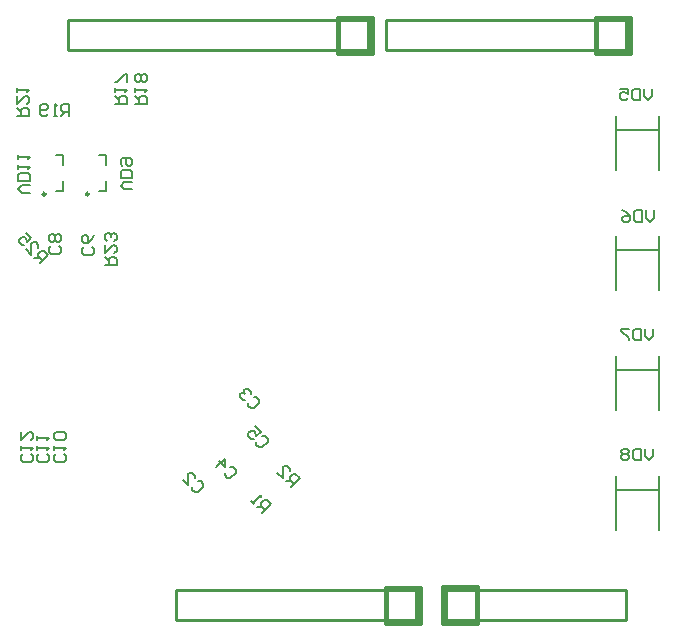
<source format=gbo>
%FSLAX42Y42*%
%MOMM*%
G71*
G01*
G75*
G04 Layer_Color=32896*
%ADD10R,1.00X1.10*%
%ADD11R,1.30X1.50*%
%ADD12O,1.70X0.60*%
%ADD13R,1.10X1.00*%
%ADD14R,1.20X0.60*%
G04:AMPARAMS|DCode=15|XSize=0.3mm|YSize=1.8mm|CornerRadius=0mm|HoleSize=0mm|Usage=FLASHONLY|Rotation=315.000|XOffset=0mm|YOffset=0mm|HoleType=Round|Shape=Round|*
%AMOVALD15*
21,1,1.50,0.30,0.00,0.00,45.0*
1,1,0.30,-0.53,-0.53*
1,1,0.30,0.53,0.53*
%
%ADD15OVALD15*%

G04:AMPARAMS|DCode=16|XSize=0.3mm|YSize=1.8mm|CornerRadius=0mm|HoleSize=0mm|Usage=FLASHONLY|Rotation=225.000|XOffset=0mm|YOffset=0mm|HoleType=Round|Shape=Round|*
%AMOVALD16*
21,1,1.50,0.30,0.00,0.00,315.0*
1,1,0.30,-0.53,0.53*
1,1,0.30,0.53,-0.53*
%
%ADD16OVALD16*%

%ADD17R,1.50X1.30*%
%ADD18C,0.60*%
%ADD19C,0.26*%
%ADD20C,1.20*%
%ADD21C,0.25*%
%ADD22C,0.70*%
%ADD23C,0.50*%
%ADD24C,1.50*%
%ADD25C,1.50*%
%ADD26O,4.00X2.50*%
%ADD27C,2.20*%
%ADD28C,1.70*%
%ADD29R,1.70X1.70*%
%ADD30R,1.78X1.78*%
%ADD31C,1.78*%
%ADD32C,0.90*%
%ADD33C,1.40*%
%ADD34R,2.90X1.68*%
G04:AMPARAMS|DCode=35|XSize=1mm|YSize=1.1mm|CornerRadius=0mm|HoleSize=0mm|Usage=FLASHONLY|Rotation=315.000|XOffset=0mm|YOffset=0mm|HoleType=Round|Shape=Rectangle|*
%AMROTATEDRECTD35*
4,1,4,-0.74,-0.04,0.04,0.74,0.74,0.04,-0.04,-0.74,-0.74,-0.04,0.0*
%
%ADD35ROTATEDRECTD35*%

G04:AMPARAMS|DCode=36|XSize=1mm|YSize=1.1mm|CornerRadius=0mm|HoleSize=0mm|Usage=FLASHONLY|Rotation=225.000|XOffset=0mm|YOffset=0mm|HoleType=Round|Shape=Rectangle|*
%AMROTATEDRECTD36*
4,1,4,-0.04,0.74,0.74,-0.04,0.04,-0.74,-0.74,0.04,-0.04,0.74,0.0*
%
%ADD36ROTATEDRECTD36*%

%ADD37C,0.25*%
%ADD38C,0.20*%
%ADD39C,0.40*%
%ADD40R,1.20X1.30*%
%ADD41R,1.50X1.70*%
%ADD42O,1.90X0.80*%
%ADD43R,1.30X1.20*%
%ADD44R,1.40X0.80*%
G04:AMPARAMS|DCode=45|XSize=0.5mm|YSize=2mm|CornerRadius=0mm|HoleSize=0mm|Usage=FLASHONLY|Rotation=315.000|XOffset=0mm|YOffset=0mm|HoleType=Round|Shape=Round|*
%AMOVALD45*
21,1,1.50,0.50,0.00,0.00,45.0*
1,1,0.50,-0.53,-0.53*
1,1,0.50,0.53,0.53*
%
%ADD45OVALD45*%

G04:AMPARAMS|DCode=46|XSize=0.5mm|YSize=2mm|CornerRadius=0mm|HoleSize=0mm|Usage=FLASHONLY|Rotation=225.000|XOffset=0mm|YOffset=0mm|HoleType=Round|Shape=Round|*
%AMOVALD46*
21,1,1.50,0.50,0.00,0.00,315.0*
1,1,0.50,-0.53,0.53*
1,1,0.50,0.53,-0.53*
%
%ADD46OVALD46*%

%ADD47R,1.70X1.50*%
%ADD48C,1.70*%
%ADD49C,0.20*%
%ADD50O,4.20X2.70*%
%ADD51C,2.40*%
%ADD52C,1.90*%
%ADD53R,1.90X1.90*%
%ADD54R,1.98X1.98*%
%ADD55C,1.98*%
%ADD56R,3.10X1.88*%
G04:AMPARAMS|DCode=57|XSize=1.2mm|YSize=1.3mm|CornerRadius=0mm|HoleSize=0mm|Usage=FLASHONLY|Rotation=315.000|XOffset=0mm|YOffset=0mm|HoleType=Round|Shape=Rectangle|*
%AMROTATEDRECTD57*
4,1,4,-0.89,-0.04,0.04,0.89,0.89,0.04,-0.04,-0.89,-0.89,-0.04,0.0*
%
%ADD57ROTATEDRECTD57*%

G04:AMPARAMS|DCode=58|XSize=1.2mm|YSize=1.3mm|CornerRadius=0mm|HoleSize=0mm|Usage=FLASHONLY|Rotation=225.000|XOffset=0mm|YOffset=0mm|HoleType=Round|Shape=Rectangle|*
%AMROTATEDRECTD58*
4,1,4,-0.04,0.89,0.89,-0.04,0.04,-0.89,-0.89,0.04,-0.04,0.89,0.0*
%
%ADD58ROTATEDRECTD58*%

%ADD59C,0.20*%
D21*
X27023Y17688D02*
Y17942D01*
X28547Y17688D02*
Y17942D01*
X27023D02*
X28547D01*
X27023Y17688D02*
X28547D01*
X26769D02*
Y17942D01*
X24737Y17688D02*
Y17942D01*
Y17688D02*
X26769D01*
X24737Y17942D02*
X26769D01*
X28547Y22514D02*
Y22768D01*
X26515Y22514D02*
Y22768D01*
Y22514D02*
X28547D01*
X26515Y22768D02*
X28547D01*
X26363Y22514D02*
Y22768D01*
X23823Y22514D02*
Y22768D01*
Y22514D02*
X26363D01*
X23823Y22768D02*
X26363D01*
D37*
X23996Y21297D02*
G03*
X23996Y21297I-12J0D01*
G01*
X23629Y21297D02*
G03*
X23629Y21297I-12J0D01*
G01*
D38*
X24144Y21547D02*
X24144Y21627D01*
X24084Y21627D02*
X24144Y21627D01*
X24144Y21407D02*
X24144Y21327D01*
X24084D02*
X24144D01*
X23776Y21627D02*
X23776Y21547D01*
X23716Y21627D02*
X23776D01*
Y21327D02*
X23776Y21407D01*
X23716Y21327D02*
X23776D01*
X24918Y18867D02*
X24942D01*
X24966Y18843D01*
Y18820D01*
X24918Y18773D01*
X24895D01*
X24871Y18796D01*
Y18820D01*
X24789Y18879D02*
X24836Y18832D01*
Y18926D01*
X24848Y18938D01*
X24871Y18938D01*
X24895Y18914D01*
Y18891D01*
X25392Y19577D02*
X25415D01*
X25439Y19553D01*
Y19530D01*
X25392Y19483D01*
X25368D01*
X25345Y19506D01*
Y19530D01*
X25368Y19601D02*
Y19624D01*
X25345Y19648D01*
X25321Y19648D01*
X25309Y19636D01*
Y19612D01*
X25321Y19601D01*
X25309Y19612D01*
X25286Y19612D01*
X25274Y19601D01*
Y19577D01*
X25297Y19553D01*
X25321D01*
X25192Y18987D02*
X25215D01*
X25239Y18963D01*
Y18940D01*
X25192Y18893D01*
X25168D01*
X25145Y18916D01*
Y18940D01*
X25074Y18987D02*
X25145Y19058D01*
Y18987D01*
X25097Y19034D01*
X25462Y19247D02*
X25485D01*
X25509Y19223D01*
Y19200D01*
X25462Y19153D01*
X25438D01*
X25415Y19176D01*
Y19200D01*
X25403Y19330D02*
X25450Y19282D01*
X25415Y19247D01*
X25403Y19282D01*
X25391Y19294D01*
X25367D01*
X25344Y19271D01*
Y19247D01*
X25367Y19223D01*
X25391D01*
X24023Y20848D02*
X24040Y20831D01*
Y20798D01*
X24023Y20781D01*
X23957D01*
X23940Y20798D01*
Y20831D01*
X23957Y20848D01*
X24040Y20948D02*
X24023Y20914D01*
X23990Y20881D01*
X23957D01*
X23940Y20898D01*
Y20931D01*
X23957Y20948D01*
X23973D01*
X23990Y20931D01*
Y20881D01*
X23743Y20858D02*
X23760Y20841D01*
Y20808D01*
X23743Y20791D01*
X23677D01*
X23660Y20808D01*
Y20841D01*
X23677Y20858D01*
X23743Y20891D02*
X23760Y20908D01*
Y20941D01*
X23743Y20958D01*
X23727D01*
X23710Y20941D01*
X23693Y20958D01*
X23677D01*
X23660Y20941D01*
Y20908D01*
X23677Y20891D01*
X23693D01*
X23710Y20908D01*
X23727Y20891D01*
X23743D01*
X23710Y20908D02*
Y20941D01*
X23783Y19098D02*
X23800Y19081D01*
Y19048D01*
X23783Y19031D01*
X23717D01*
X23700Y19048D01*
Y19081D01*
X23717Y19098D01*
X23700Y19131D02*
Y19164D01*
Y19148D01*
X23800D01*
X23783Y19131D01*
Y19214D02*
X23800Y19231D01*
Y19264D01*
X23783Y19281D01*
X23717D01*
X23700Y19264D01*
Y19231D01*
X23717Y19214D01*
X23783D01*
X23643Y19098D02*
X23660Y19081D01*
Y19048D01*
X23643Y19031D01*
X23577D01*
X23560Y19048D01*
Y19081D01*
X23577Y19098D01*
X23560Y19131D02*
Y19164D01*
Y19148D01*
X23660D01*
X23643Y19131D01*
X23560Y19214D02*
Y19248D01*
Y19231D01*
X23660D01*
X23643Y19214D01*
X23503Y19098D02*
X23520Y19081D01*
Y19048D01*
X23503Y19031D01*
X23437D01*
X23420Y19048D01*
Y19081D01*
X23437Y19098D01*
X23420Y19131D02*
Y19164D01*
Y19148D01*
X23520D01*
X23503Y19131D01*
X23420Y19281D02*
Y19214D01*
X23487Y19281D01*
X23503D01*
X23520Y19264D01*
Y19231D01*
X23503Y19214D01*
X25464Y18601D02*
X25535Y18672D01*
X25500Y18707D01*
X25476D01*
X25453Y18684D01*
Y18660D01*
X25488Y18625D01*
X25464Y18648D02*
X25417D01*
X25394Y18672D02*
X25370Y18696D01*
X25382Y18684D01*
X25453Y18754D01*
Y18731D01*
X25710Y18821D02*
X25781Y18892D01*
X25745Y18927D01*
X25722D01*
X25698Y18903D01*
Y18880D01*
X25734Y18845D01*
X25710Y18868D02*
X25663D01*
X25592Y18939D02*
X25639Y18892D01*
Y18986D01*
X25651Y18998D01*
X25675Y18998D01*
X25698Y18974D01*
Y18951D01*
X24220Y22061D02*
X24320D01*
Y22111D01*
X24303Y22128D01*
X24270D01*
X24253Y22111D01*
Y22061D01*
Y22094D02*
X24220Y22128D01*
Y22161D02*
Y22194D01*
Y22178D01*
X24320D01*
X24303Y22161D01*
X24320Y22244D02*
Y22311D01*
X24303D01*
X24237Y22244D01*
X24220D01*
X24390Y22061D02*
X24490D01*
Y22111D01*
X24473Y22128D01*
X24440D01*
X24423Y22111D01*
Y22061D01*
Y22094D02*
X24390Y22128D01*
Y22161D02*
Y22194D01*
Y22178D01*
X24490D01*
X24473Y22161D01*
Y22244D02*
X24490Y22261D01*
Y22294D01*
X24473Y22311D01*
X24457D01*
X24440Y22294D01*
X24423Y22311D01*
X24407D01*
X24390Y22294D01*
Y22261D01*
X24407Y22244D01*
X24423D01*
X24440Y22261D01*
X24457Y22244D01*
X24473D01*
X24440Y22261D02*
Y22294D01*
X23830Y21961D02*
Y22061D01*
X23780D01*
X23763Y22044D01*
Y22011D01*
X23780Y21994D01*
X23830D01*
X23797D02*
X23763Y21961D01*
X23730D02*
X23697D01*
X23713D01*
Y22061D01*
X23730Y22044D01*
X23647Y21978D02*
X23630Y21961D01*
X23597D01*
X23580Y21978D01*
Y22044D01*
X23597Y22061D01*
X23630D01*
X23647Y22044D01*
Y22028D01*
X23630Y22011D01*
X23580D01*
X23390Y21961D02*
X23490D01*
Y22011D01*
X23473Y22028D01*
X23440D01*
X23423Y22011D01*
Y21961D01*
Y21994D02*
X23390Y22028D01*
Y22128D02*
Y22061D01*
X23457Y22128D01*
X23473D01*
X23490Y22111D01*
Y22078D01*
X23473Y22061D01*
X23390Y22161D02*
Y22194D01*
Y22178D01*
X23490D01*
X23473Y22161D01*
X24130Y20701D02*
X24230D01*
Y20751D01*
X24213Y20768D01*
X24180D01*
X24163Y20751D01*
Y20701D01*
Y20734D02*
X24130Y20768D01*
Y20868D02*
Y20801D01*
X24197Y20868D01*
X24213D01*
X24230Y20851D01*
Y20818D01*
X24213Y20801D01*
Y20901D02*
X24230Y20918D01*
Y20951D01*
X24213Y20968D01*
X24197D01*
X24180Y20951D01*
Y20934D01*
Y20951D01*
X24163Y20968D01*
X24147D01*
X24130Y20951D01*
Y20918D01*
X24147Y20901D01*
X23580Y20711D02*
X23651Y20782D01*
X23615Y20817D01*
X23592D01*
X23568Y20793D01*
Y20770D01*
X23604Y20735D01*
X23580Y20758D02*
X23533D01*
X23462Y20829D02*
X23509Y20782D01*
Y20876D01*
X23521Y20888D01*
X23545Y20888D01*
X23568Y20864D01*
Y20841D01*
X23462Y20970D02*
X23509Y20923D01*
X23474Y20888D01*
X23462Y20923D01*
X23450Y20935D01*
X23427D01*
X23403Y20911D01*
X23403Y20888D01*
X23427Y20864D01*
X23450D01*
X28760Y22191D02*
Y22124D01*
X28727Y22091D01*
X28693Y22124D01*
Y22191D01*
X28660D02*
Y22091D01*
X28610D01*
X28593Y22108D01*
Y22174D01*
X28610Y22191D01*
X28660D01*
X28493D02*
X28560D01*
Y22141D01*
X28527Y22158D01*
X28510D01*
X28493Y22141D01*
Y22108D01*
X28510Y22091D01*
X28543D01*
X28560Y22108D01*
X28780Y21165D02*
Y21098D01*
X28747Y21065D01*
X28713Y21098D01*
Y21165D01*
X28680D02*
Y21065D01*
X28630D01*
X28613Y21082D01*
Y21148D01*
X28630Y21165D01*
X28680D01*
X28513D02*
X28547Y21148D01*
X28580Y21115D01*
Y21082D01*
X28563Y21065D01*
X28530D01*
X28513Y21082D01*
Y21098D01*
X28530Y21115D01*
X28580D01*
X28770Y20159D02*
Y20092D01*
X28737Y20059D01*
X28703Y20092D01*
Y20159D01*
X28670D02*
Y20059D01*
X28620D01*
X28603Y20076D01*
Y20142D01*
X28620Y20159D01*
X28670D01*
X28570D02*
X28503D01*
Y20142D01*
X28570Y20076D01*
Y20059D01*
X28770Y19143D02*
Y19076D01*
X28737Y19043D01*
X28703Y19076D01*
Y19143D01*
X28670D02*
Y19043D01*
X28620D01*
X28603Y19060D01*
Y19126D01*
X28620Y19143D01*
X28670D01*
X28570Y19126D02*
X28553Y19143D01*
X28520D01*
X28503Y19126D01*
Y19110D01*
X28520Y19093D01*
X28503Y19076D01*
Y19060D01*
X28520Y19043D01*
X28553D01*
X28570Y19060D01*
Y19076D01*
X28553Y19093D01*
X28570Y19110D01*
Y19126D01*
X28553Y19093D02*
X28520D01*
X24364Y21337D02*
X24297D01*
X24264Y21370D01*
X24297Y21403D01*
X24364D01*
Y21437D02*
X24264D01*
Y21487D01*
X24280Y21503D01*
X24347D01*
X24364Y21487D01*
Y21437D01*
X24280Y21537D02*
X24264Y21553D01*
Y21587D01*
X24280Y21603D01*
X24347D01*
X24364Y21587D01*
Y21553D01*
X24347Y21537D01*
X24330D01*
X24314Y21553D01*
Y21603D01*
X23500Y21311D02*
X23433D01*
X23400Y21344D01*
X23433Y21378D01*
X23500D01*
Y21411D02*
X23400D01*
Y21461D01*
X23417Y21478D01*
X23483D01*
X23500Y21461D01*
Y21411D01*
X23400Y21511D02*
Y21544D01*
Y21528D01*
X23500D01*
X23483Y21511D01*
X23400Y21594D02*
Y21628D01*
Y21611D01*
X23500D01*
X23483Y21594D01*
D39*
X26992Y17968D02*
X27280D01*
X26992Y17665D02*
Y17968D01*
Y17665D02*
X27022D01*
X27280D01*
Y17968D01*
X26512Y17663D02*
X26799D01*
Y17965D01*
X26769D02*
X26799D01*
X26512D02*
X26769D01*
X26512Y17663D02*
Y17965D01*
X28290Y22489D02*
X28577D01*
Y22791D01*
X28547D02*
X28577D01*
X28290D02*
X28547D01*
X28290Y22489D02*
Y22791D01*
X26106Y22489D02*
X26393D01*
Y22791D01*
X26363D02*
X26393D01*
X26106D02*
X26363D01*
X26106Y22489D02*
Y22791D01*
D59*
X28457Y21840D02*
X28823D01*
Y21505D02*
Y21957D01*
X28457Y21505D02*
Y21957D01*
Y20824D02*
X28823D01*
Y20489D02*
Y20941D01*
X28457Y20489D02*
Y20941D01*
Y19808D02*
X28823D01*
Y19473D02*
Y19925D01*
X28457Y19473D02*
Y19925D01*
Y18792D02*
X28823D01*
Y18457D02*
Y18909D01*
X28457Y18457D02*
Y18909D01*
M02*

</source>
